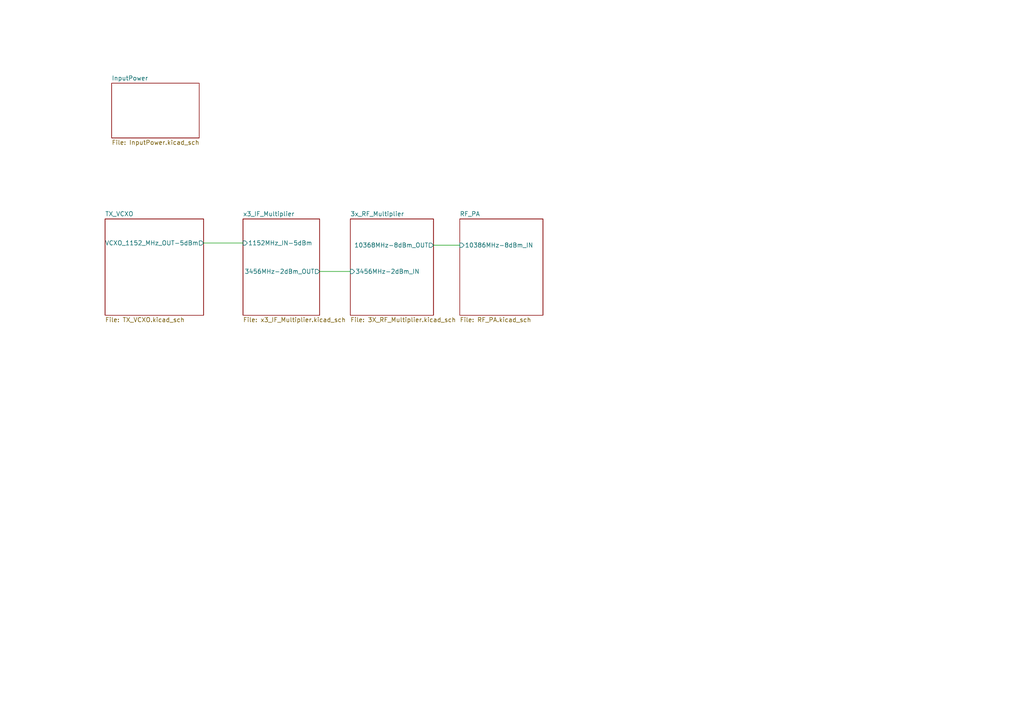
<source format=kicad_sch>
(kicad_sch
	(version 20231120)
	(generator "eeschema")
	(generator_version "8.0")
	(uuid "5c8d050a-3ec5-41af-bb0d-cc57adb5a492")
	(paper "A4")
	(lib_symbols)
	(wire
		(pts
			(xy 125.73 71.12) (xy 133.35 71.12)
		)
		(stroke
			(width 0)
			(type default)
		)
		(uuid "68bc77c1-7d5d-4426-aebd-e3ed7590821d")
	)
	(wire
		(pts
			(xy 59.055 70.485) (xy 70.485 70.485)
		)
		(stroke
			(width 0)
			(type default)
		)
		(uuid "81e4c856-aa3f-427f-b059-d4ed85d0eaf0")
	)
	(wire
		(pts
			(xy 92.71 78.74) (xy 101.6 78.74)
		)
		(stroke
			(width 0)
			(type default)
		)
		(uuid "ef916633-c151-4cec-b3af-a02652446b7b")
	)
	(sheet
		(at 133.35 63.5)
		(size 24.13 27.94)
		(fields_autoplaced yes)
		(stroke
			(width 0.1524)
			(type solid)
		)
		(fill
			(color 0 0 0 0.0000)
		)
		(uuid "3c27a7d0-de80-43c2-b2ba-d3b24837ca6e")
		(property "Sheetname" "RF_PA"
			(at 133.35 62.7884 0)
			(effects
				(font
					(size 1.27 1.27)
				)
				(justify left bottom)
			)
		)
		(property "Sheetfile" "RF_PA.kicad_sch"
			(at 133.35 92.0246 0)
			(effects
				(font
					(size 1.27 1.27)
				)
				(justify left top)
			)
		)
		(pin "10386MHz-8dBm_IN" input
			(at 133.35 71.12 180)
			(effects
				(font
					(size 1.27 1.27)
				)
				(justify left)
			)
			(uuid "25af54cc-ffad-4d9c-8bd5-04b9d4376dcd")
		)
		(instances
			(project "10GHz_VCXO_TX"
				(path "/5c8d050a-3ec5-41af-bb0d-cc57adb5a492"
					(page "6")
				)
			)
		)
	)
	(sheet
		(at 30.48 63.5)
		(size 28.575 27.94)
		(fields_autoplaced yes)
		(stroke
			(width 0.1524)
			(type solid)
		)
		(fill
			(color 0 0 0 0.0000)
		)
		(uuid "5e4c27e3-d1e8-44a1-bcef-3e984d5dd8ad")
		(property "Sheetname" "TX_VCXO"
			(at 30.48 62.7884 0)
			(effects
				(font
					(size 1.27 1.27)
				)
				(justify left bottom)
			)
		)
		(property "Sheetfile" "TX_VCXO.kicad_sch"
			(at 30.48 92.0246 0)
			(effects
				(font
					(size 1.27 1.27)
				)
				(justify left top)
			)
		)
		(pin "VCXO_1152_MHz_OUT-5dBm" output
			(at 59.055 70.485 0)
			(effects
				(font
					(size 1.27 1.27)
				)
				(justify right)
			)
			(uuid "dfbfd24f-74f9-48cf-ab7b-3c19543791a6")
		)
		(instances
			(project "10GHz_VCXO_TX"
				(path "/5c8d050a-3ec5-41af-bb0d-cc57adb5a492"
					(page "3")
				)
			)
		)
	)
	(sheet
		(at 32.385 24.13)
		(size 25.4 15.875)
		(fields_autoplaced yes)
		(stroke
			(width 0.1524)
			(type solid)
		)
		(fill
			(color 0 0 0 0.0000)
		)
		(uuid "65172ad7-09b9-4284-abd1-b4ce970d45cb")
		(property "Sheetname" "InputPower"
			(at 32.385 23.4184 0)
			(effects
				(font
					(size 1.27 1.27)
				)
				(justify left bottom)
			)
		)
		(property "Sheetfile" "InputPower.kicad_sch"
			(at 32.385 40.5896 0)
			(effects
				(font
					(size 1.27 1.27)
				)
				(justify left top)
			)
		)
		(instances
			(project "10GHz_VCXO_TX"
				(path "/5c8d050a-3ec5-41af-bb0d-cc57adb5a492"
					(page "2")
				)
			)
		)
	)
	(sheet
		(at 70.485 63.5)
		(size 22.225 27.94)
		(fields_autoplaced yes)
		(stroke
			(width 0.1524)
			(type solid)
		)
		(fill
			(color 0 0 0 0.0000)
		)
		(uuid "7faba6a2-b812-48e8-996b-17a09271428a")
		(property "Sheetname" "x3_IF_Multiplier"
			(at 70.485 62.7884 0)
			(effects
				(font
					(size 1.27 1.27)
				)
				(justify left bottom)
			)
		)
		(property "Sheetfile" "x3_IF_Multiplier.kicad_sch"
			(at 70.485 92.0246 0)
			(effects
				(font
					(size 1.27 1.27)
				)
				(justify left top)
			)
		)
		(pin "1152MHz_IN-5dBm" input
			(at 70.485 70.485 180)
			(effects
				(font
					(size 1.27 1.27)
				)
				(justify left)
			)
			(uuid "a8c050da-bfef-4316-9523-86facedfa53d")
		)
		(pin "3456MHz-2dBm_OUT" output
			(at 92.71 78.74 0)
			(effects
				(font
					(size 1.27 1.27)
				)
				(justify right)
			)
			(uuid "6060c711-ddde-47bb-81fe-b244b433cc83")
		)
		(instances
			(project "10GHz_VCXO_TX"
				(path "/5c8d050a-3ec5-41af-bb0d-cc57adb5a492"
					(page "4")
				)
			)
		)
	)
	(sheet
		(at 101.6 63.5)
		(size 24.13 27.94)
		(fields_autoplaced yes)
		(stroke
			(width 0.1524)
			(type solid)
		)
		(fill
			(color 0 0 0 0.0000)
		)
		(uuid "ac40d95b-9a41-40d5-a8ea-6739ae2d174f")
		(property "Sheetname" "3x_RF_Multiplier"
			(at 101.6 62.7884 0)
			(effects
				(font
					(size 1.27 1.27)
				)
				(justify left bottom)
			)
		)
		(property "Sheetfile" "3X_RF_Multiplier.kicad_sch"
			(at 101.6 92.0246 0)
			(effects
				(font
					(size 1.27 1.27)
				)
				(justify left top)
			)
		)
		(pin "3456MHz-2dBm_IN" input
			(at 101.6 78.74 180)
			(effects
				(font
					(size 1.27 1.27)
				)
				(justify left)
			)
			(uuid "14617e73-a959-4c4a-bcb3-c33ec355b7bd")
		)
		(pin "10368MHz-8dBm_OUT" output
			(at 125.73 71.12 0)
			(effects
				(font
					(size 1.27 1.27)
				)
				(justify right)
			)
			(uuid "d0d55c59-5376-441d-a195-c62eaca77e77")
		)
		(instances
			(project "10GHz_VCXO_TX"
				(path "/5c8d050a-3ec5-41af-bb0d-cc57adb5a492"
					(page "5")
				)
			)
		)
	)
	(sheet_instances
		(path "/"
			(page "1")
		)
	)
)

</source>
